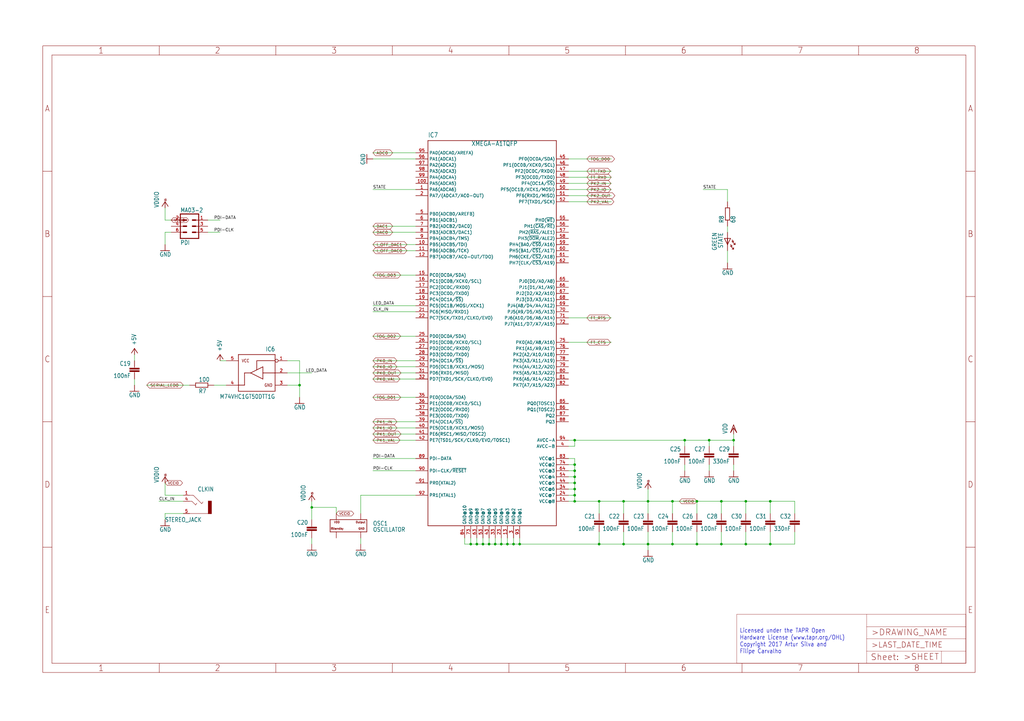
<source format=kicad_sch>
(kicad_sch (version 20211123) (generator eeschema)
  (paper "User" 425.45 299.593)
  (lib_symbols
    (symbol "harp behavior v1.2-eagle-import:+5V" (power)
      (property "Value" "+5V" (at -2.54 -5.08 90))
      (symbol "+5V_1_0"
        (polyline (pts (xy 0 0) (xy -1.27 -1.905)) (stroke (width 0.254)))
        (polyline (pts (xy 1.27 -1.905) (xy 0 0)) (stroke (width 0.254)))
        (pin power_in line (at 0 -2.54 90) (length 2.54) (name "+5V") (number "1"))
      )
    )
    (symbol "harp behavior v1.2-eagle-import:A3L-LOC"
      (symbol "A3L-LOC_0_0"
        (polyline (pts (xy 0 52.07) (xy 3.81 52.07)))
        (polyline (pts (xy 0 104.14) (xy 3.81 104.14)))
        (polyline (pts (xy 0 156.21) (xy 3.81 156.21)))
        (polyline (pts (xy 0 208.28) (xy 3.81 208.28)))
        (polyline (pts (xy 3.81 3.81) (xy 3.81 256.54)))
        (polyline (pts (xy 48.4188 0) (xy 48.4188 3.81)))
        (polyline (pts (xy 48.4188 256.54) (xy 48.4188 260.35)))
        (polyline (pts (xy 96.8375 0) (xy 96.8375 3.81)))
        (polyline (pts (xy 96.8375 256.54) (xy 96.8375 260.35)))
        (polyline (pts (xy 145.2563 0) (xy 145.2563 3.81)))
        (polyline (pts (xy 145.2563 256.54) (xy 145.2563 260.35)))
        (polyline (pts (xy 193.675 0) (xy 193.675 3.81)))
        (polyline (pts (xy 193.675 256.54) (xy 193.675 260.35)))
        (polyline (pts (xy 242.0938 0) (xy 242.0938 3.81)))
        (polyline (pts (xy 242.0938 256.54) (xy 242.0938 260.35)))
        (polyline (pts (xy 290.5125 0) (xy 290.5125 3.81)))
        (polyline (pts (xy 290.5125 256.54) (xy 290.5125 260.35)))
        (polyline (pts (xy 338.9313 0) (xy 338.9313 3.81)))
        (polyline (pts (xy 338.9313 256.54) (xy 338.9313 260.35)))
        (polyline (pts (xy 383.54 3.81) (xy 3.81 3.81)))
        (polyline (pts (xy 383.54 3.81) (xy 383.54 256.54)))
        (polyline (pts (xy 383.54 52.07) (xy 387.35 52.07)))
        (polyline (pts (xy 383.54 104.14) (xy 387.35 104.14)))
        (polyline (pts (xy 383.54 156.21) (xy 387.35 156.21)))
        (polyline (pts (xy 383.54 208.28) (xy 387.35 208.28)))
        (polyline (pts (xy 383.54 256.54) (xy 3.81 256.54)))
        (polyline (pts (xy 0 0) (xy 387.35 0) (xy 387.35 260.35) (xy 0 260.35) (xy 0 0)))
        (text "1" (at 24.2094 1.905 0) (effects (font (size 2.54 2.286))))
        (text "1" (at 24.2094 258.445 0) (effects (font (size 2.54 2.286))))
        (text "2" (at 72.6281 1.905 0) (effects (font (size 2.54 2.286))))
        (text "2" (at 72.6281 258.445 0) (effects (font (size 2.54 2.286))))
        (text "3" (at 121.0469 1.905 0) (effects (font (size 2.54 2.286))))
        (text "3" (at 121.0469 258.445 0) (effects (font (size 2.54 2.286))))
        (text "4" (at 169.4656 1.905 0) (effects (font (size 2.54 2.286))))
        (text "4" (at 169.4656 258.445 0) (effects (font (size 2.54 2.286))))
        (text "5" (at 217.8844 1.905 0) (effects (font (size 2.54 2.286))))
        (text "5" (at 217.8844 258.445 0) (effects (font (size 2.54 2.286))))
        (text "6" (at 266.3031 1.905 0) (effects (font (size 2.54 2.286))))
        (text "6" (at 266.3031 258.445 0) (effects (font (size 2.54 2.286))))
        (text "7" (at 314.7219 1.905 0) (effects (font (size 2.54 2.286))))
        (text "7" (at 314.7219 258.445 0) (effects (font (size 2.54 2.286))))
        (text "8" (at 363.1406 1.905 0) (effects (font (size 2.54 2.286))))
        (text "8" (at 363.1406 258.445 0) (effects (font (size 2.54 2.286))))
        (text "A" (at 1.905 234.315 0) (effects (font (size 2.54 2.286))))
        (text "A" (at 385.445 234.315 0) (effects (font (size 2.54 2.286))))
        (text "B" (at 1.905 182.245 0) (effects (font (size 2.54 2.286))))
        (text "B" (at 385.445 182.245 0) (effects (font (size 2.54 2.286))))
        (text "C" (at 1.905 130.175 0) (effects (font (size 2.54 2.286))))
        (text "C" (at 385.445 130.175 0) (effects (font (size 2.54 2.286))))
        (text "D" (at 1.905 78.105 0) (effects (font (size 2.54 2.286))))
        (text "D" (at 385.445 78.105 0) (effects (font (size 2.54 2.286))))
        (text "E" (at 1.905 26.035 0) (effects (font (size 2.54 2.286))))
        (text "E" (at 385.445 26.035 0) (effects (font (size 2.54 2.286))))
      )
      (symbol "A3L-LOC_1_0"
        (polyline (pts (xy 288.29 3.81) (xy 288.29 24.13)) (stroke (width 0.1016)))
        (polyline (pts (xy 288.29 3.81) (xy 342.265 3.81)) (stroke (width 0.1016)))
        (polyline (pts (xy 288.29 24.13) (xy 342.265 24.13)) (stroke (width 0.1016)))
        (polyline (pts (xy 342.265 3.81) (xy 373.38 3.81)) (stroke (width 0.1016)))
        (polyline (pts (xy 342.265 8.89) (xy 342.265 3.81)) (stroke (width 0.1016)))
        (polyline (pts (xy 342.265 8.89) (xy 342.265 13.97)) (stroke (width 0.1016)))
        (polyline (pts (xy 342.265 13.97) (xy 342.265 19.05)) (stroke (width 0.1016)))
        (polyline (pts (xy 342.265 13.97) (xy 383.54 13.97)) (stroke (width 0.1016)))
        (polyline (pts (xy 342.265 19.05) (xy 342.265 24.13)) (stroke (width 0.1016)))
        (polyline (pts (xy 342.265 19.05) (xy 383.54 19.05)) (stroke (width 0.1016)))
        (polyline (pts (xy 342.265 24.13) (xy 383.54 24.13)) (stroke (width 0.1016)))
        (polyline (pts (xy 373.38 3.81) (xy 373.38 8.89)) (stroke (width 0.1016)))
        (polyline (pts (xy 373.38 3.81) (xy 383.54 3.81)) (stroke (width 0.1016)))
        (polyline (pts (xy 373.38 8.89) (xy 342.265 8.89)) (stroke (width 0.1016)))
        (polyline (pts (xy 373.38 8.89) (xy 383.54 8.89)) (stroke (width 0.1016)))
        (polyline (pts (xy 383.54 3.81) (xy 383.54 8.89)) (stroke (width 0.1016)))
        (polyline (pts (xy 383.54 8.89) (xy 383.54 13.97)) (stroke (width 0.1016)))
        (polyline (pts (xy 383.54 13.97) (xy 383.54 19.05)) (stroke (width 0.1016)))
        (polyline (pts (xy 383.54 19.05) (xy 383.54 24.13)) (stroke (width 0.1016)))
        (text ">DRAWING_NAME" (at 344.17 15.24 0) (effects (font (size 2.54 2.54)) (justify left bottom)))
        (text ">LAST_DATE_TIME" (at 344.17 10.16 0) (effects (font (size 2.286 2.286)) (justify left bottom)))
        (text ">SHEET" (at 357.505 5.08 0) (effects (font (size 2.54 2.54)) (justify left bottom)))
        (text "Sheet:" (at 343.916 4.953 0) (effects (font (size 2.54 2.54)) (justify left bottom)))
      )
    )
    (symbol "harp behavior v1.2-eagle-import:C-EUC0402"
      (property "Reference" "C" (at 1.524 0.381 0))
      (property "Value" "C-EUC0402" (at 1.524 -4.699 0))
      (symbol "C-EUC0402_1_0"
        (rectangle (start -2.032 -2.032) (end 2.032 -1.524) (fill (type outline)))
        (rectangle (start -2.032 -1.016) (end 2.032 -0.508) (fill (type outline)))
        (polyline (pts (xy 0 -2.54) (xy 0 -2.032)) (stroke (width 0.1524)))
        (polyline (pts (xy 0 0) (xy 0 -0.508)) (stroke (width 0.1524)))
        (pin passive line (at 0 2.54 270) (length 2.54) (name "1") (number "1"))
        (pin passive line (at 0 -5.08 90) (length 2.54) (name "2") (number "2"))
      )
    )
    (symbol "harp behavior v1.2-eagle-import:GND" (power)
      (property "Value" "GND" (at -2.54 -2.54 0))
      (symbol "GND_1_0"
        (polyline (pts (xy -1.905 0) (xy 1.905 0)) (stroke (width 0.254)))
        (pin power_in line (at 0 2.54 270) (length 2.54) (name "GND") (number "1"))
      )
    )
    (symbol "harp behavior v1.2-eagle-import:LEDHAND"
      (property "Value" "LEDHAND" (at -2.54 -6.35 0))
      (symbol "LEDHAND_1_0"
        (polyline (pts (xy 0 -1.27) (xy 2.54 0)) (stroke (width 0.254)))
        (polyline (pts (xy 0 1.27) (xy 0 -1.27)) (stroke (width 0.254)))
        (polyline (pts (xy 0.635 1.905) (xy 1.27 2.54)) (stroke (width 0.254)))
        (polyline (pts (xy 1.27 1.905) (xy 2.54 3.175)) (stroke (width 0.254)))
        (polyline (pts (xy 1.27 2.54) (xy 1.27 1.905)) (stroke (width 0.254)))
        (polyline (pts (xy 2.54 0) (xy 0 1.27)) (stroke (width 0.254)))
        (polyline (pts (xy 2.54 1.27) (xy 3.175 1.905)) (stroke (width 0.254)))
        (polyline (pts (xy 2.54 3.175) (xy 1.905 3.175)) (stroke (width 0.254)))
        (polyline (pts (xy 2.54 3.175) (xy 2.54 2.54)) (stroke (width 0.254)))
        (polyline (pts (xy 3.175 1.27) (xy 4.445 2.54)) (stroke (width 0.254)))
        (polyline (pts (xy 3.175 1.905) (xy 3.175 1.27)) (stroke (width 0.254)))
        (polyline (pts (xy 4.445 2.54) (xy 3.81 2.54)) (stroke (width 0.254)))
        (polyline (pts (xy 4.445 2.54) (xy 4.445 1.905)) (stroke (width 0.254)))
        (pin bidirectional line (at -2.54 0 0) (length 5.08) (name "A") (number "A"))
        (pin bidirectional line (at 5.08 0 180) (length 5.08) (name "K") (number "K"))
      )
    )
    (symbol "harp behavior v1.2-eagle-import:MA03-2"
      (property "Reference" "SV" (at -3.81 5.842 0))
      (property "Value" "MA03-2" (at -3.81 -7.62 0))
      (symbol "MA03-2_1_0"
        (polyline (pts (xy -3.81 5.08) (xy -3.81 -5.08)) (stroke (width 0.4064)))
        (polyline (pts (xy -3.81 5.08) (xy 3.81 5.08)) (stroke (width 0.4064)))
        (polyline (pts (xy -2.54 -2.54) (xy -1.27 -2.54)) (stroke (width 0.6096)))
        (polyline (pts (xy -2.54 0) (xy -1.27 0)) (stroke (width 0.6096)))
        (polyline (pts (xy -2.54 2.54) (xy -1.27 2.54)) (stroke (width 0.6096)))
        (polyline (pts (xy 1.27 -2.54) (xy 2.54 -2.54)) (stroke (width 0.6096)))
        (polyline (pts (xy 1.27 0) (xy 2.54 0)) (stroke (width 0.6096)))
        (polyline (pts (xy 1.27 2.54) (xy 2.54 2.54)) (stroke (width 0.6096)))
        (polyline (pts (xy 3.81 -5.08) (xy -3.81 -5.08)) (stroke (width 0.4064)))
        (polyline (pts (xy 3.81 -5.08) (xy 3.81 5.08)) (stroke (width 0.4064)))
        (pin passive line (at 7.62 -2.54 180) (length 5.08) (name "1") (number "1"))
        (pin passive line (at -7.62 -2.54 0) (length 5.08) (name "2") (number "2"))
        (pin passive line (at 7.62 0 180) (length 5.08) (name "3") (number "3"))
        (pin passive line (at -7.62 0 0) (length 5.08) (name "4") (number "4"))
        (pin passive line (at 7.62 2.54 180) (length 5.08) (name "5") (number "5"))
        (pin passive line (at -7.62 2.54 0) (length 5.08) (name "6") (number "6"))
      )
    )
    (symbol "harp behavior v1.2-eagle-import:OSCILLATOR"
      (property "Value" "OSCILLATOR" (at 10.16 -2.54 0))
      (symbol "OSCILLATOR_1_0"
        (polyline (pts (xy -7.62 -2.54) (xy -7.62 2.54)) (stroke (width 0.254)))
        (polyline (pts (xy -7.62 2.54) (xy 7.62 2.54)) (stroke (width 0.254)))
        (polyline (pts (xy 7.62 -2.54) (xy -7.62 -2.54)) (stroke (width 0.254)))
        (polyline (pts (xy 7.62 2.54) (xy 7.62 -2.54)) (stroke (width 0.254)))
        (text "!Standby" (at -7.366 -1.651 0) (effects (font (size 0.8128 0.8128) (thickness 0.1626) bold) (justify left bottom)))
        (text "GND" (at 4.064 -1.651 0) (effects (font (size 0.8128 0.8128) (thickness 0.1626) bold) (justify left bottom)))
        (text "Output" (at 2.921 1.016 0) (effects (font (size 0.8128 0.8128) (thickness 0.1626) bold) (justify left bottom)))
        (text "VDD" (at -6.096 1.016 0) (effects (font (size 0.8128 0.8128) (thickness 0.1626) bold) (justify left bottom)))
        (pin passive line (at -5.08 -5.08 90) (length 2.54) (name "STANDBY#") (number "P$1"))
        (pin passive line (at 5.08 -5.08 90) (length 2.54) (name "GND") (number "P$2"))
        (pin passive line (at 5.08 5.08 270) (length 2.54) (name "OUTPUT") (number "P$3"))
        (pin passive line (at -5.08 5.08 270) (length 2.54) (name "VDD") (number "P$4"))
      )
    )
    (symbol "harp behavior v1.2-eagle-import:R-EU_R0402"
      (property "Reference" "R" (at -3.81 1.4986 0))
      (property "Value" "R-EU_R0402" (at -3.81 -3.302 0))
      (symbol "R-EU_R0402_1_0"
        (polyline (pts (xy -2.54 -0.889) (xy -2.54 0.889)) (stroke (width 0.254)))
        (polyline (pts (xy -2.54 -0.889) (xy 2.54 -0.889)) (stroke (width 0.254)))
        (polyline (pts (xy 2.54 -0.889) (xy 2.54 0.889)) (stroke (width 0.254)))
        (polyline (pts (xy 2.54 0.889) (xy -2.54 0.889)) (stroke (width 0.254)))
        (pin passive line (at -5.08 0 0) (length 2.54) (name "1") (number "1"))
        (pin passive line (at 5.08 0 180) (length 2.54) (name "2") (number "2"))
      )
    )
    (symbol "harp behavior v1.2-eagle-import:SN74LVC1G125"
      (property "Value" "SN74LVC1G125" (at -7.62 -10.795 0))
      (symbol "SN74LVC1G125_1_0"
        (polyline (pts (xy -7.62 -7.62) (xy 7.62 -7.62)) (stroke (width 0.254)))
        (polyline (pts (xy -7.62 0) (xy -2.54 0)) (stroke (width 0.254)))
        (polyline (pts (xy -7.62 5.08) (xy 0 5.08)) (stroke (width 0.254)))
        (polyline (pts (xy -7.62 7.62) (xy -7.62 -7.62)) (stroke (width 0.254)))
        (polyline (pts (xy -2.54 2.54) (xy -2.54 -2.54)) (stroke (width 0.254)))
        (polyline (pts (xy -2.54 2.54) (xy 0 1.27)) (stroke (width 0.254)))
        (polyline (pts (xy 0 1.27) (xy 2.54 0)) (stroke (width 0.254)))
        (polyline (pts (xy 0 5.08) (xy 0 1.27)) (stroke (width 0.254)))
        (polyline (pts (xy 2.54 0) (xy -2.54 -2.54)) (stroke (width 0.254)))
        (polyline (pts (xy 2.54 0) (xy 5.08 0)) (stroke (width 0.254)))
        (polyline (pts (xy 5.08 -5.08) (xy 7.62 -5.08)) (stroke (width 0.254)))
        (polyline (pts (xy 5.08 0) (xy 5.08 -5.08)) (stroke (width 0.254)))
        (polyline (pts (xy 7.62 -7.62) (xy 7.62 7.62)) (stroke (width 0.254)))
        (polyline (pts (xy 7.62 7.62) (xy -7.62 7.62)) (stroke (width 0.254)))
        (text "GND" (at -6.604 -5.842 0) (effects (font (size 1.27 1.0795)) (justify left bottom)))
        (text "VCC" (at 3.048 4.318 0) (effects (font (size 1.27 1.0795)) (justify left bottom)))
        (pin bidirectional inverted (at -12.7 5.08 0) (length 5.08) (name "P$1") (number "1"))
        (pin bidirectional line (at -12.7 0 0) (length 5.08) (name "P$2") (number "2"))
        (pin bidirectional line (at -12.7 -5.08 0) (length 5.08) (name "P$3") (number "3"))
        (pin bidirectional line (at 12.7 -5.08 180) (length 5.08) (name "P$4") (number "4"))
        (pin bidirectional line (at 12.7 5.08 180) (length 5.08) (name "P$5") (number "5"))
      )
    )
    (symbol "harp behavior v1.2-eagle-import:STEREO_JACK"
      (property "Value" "STEREO_JACK" (at -2.54 -6.096 0))
      (symbol "STEREO_JACK_1_0"
        (rectangle (start -6.604 -2.667) (end -5.207 2.667) (fill (type outline)))
        (polyline (pts (xy -2.54 1.524) (xy -3.048 2.286)) (stroke (width 0.1524)))
        (polyline (pts (xy 0 1.016) (xy -0.508 1.778)) (stroke (width 0.1524)))
        (polyline (pts (xy 1.016 5.08) (xy -2.54 1.524)) (stroke (width 0.1524)))
        (polyline (pts (xy 1.524 2.54) (xy 0 1.016)) (stroke (width 0.1524)))
        (polyline (pts (xy 2.54 -2.54) (xy -5.207 -2.54)) (stroke (width 0.1524)))
        (polyline (pts (xy 2.54 2.54) (xy 1.524 2.54)) (stroke (width 0.1524)))
        (polyline (pts (xy 2.54 5.08) (xy 1.016 5.08)) (stroke (width 0.1524)))
        (pin passive line (at 5.08 5.08 180) (length 2.54) (name "1") (number "1"))
        (pin passive line (at 5.08 2.54 180) (length 2.54) (name "4") (number "4"))
        (pin passive line (at 5.08 -2.54 180) (length 2.54) (name "5") (number "5"))
      )
    )
    (symbol "harp behavior v1.2-eagle-import:VCCIO" (power)
      (property "Value" "VCCIO" (at -2.54 -2.54 90))
      (symbol "VCCIO_1_0"
        (polyline (pts (xy 0 0) (xy -1.27 -1.905)) (stroke (width 0.254)))
        (polyline (pts (xy 1.27 -1.905) (xy 0 0)) (stroke (width 0.254)))
        (text "IO" (at -0.508 0.254 0) (effects (font (size 0.8128 0.6908)) (justify left bottom)))
        (pin power_in line (at 0 -2.54 90) (length 2.54) (name "VCCIO") (number "1"))
      )
    )
    (symbol "harp behavior v1.2-eagle-import:VDD" (power)
      (property "Value" "VDD" (at -2.54 -2.54 90))
      (symbol "VDD_1_0"
        (polyline (pts (xy 0 0) (xy -1.27 -1.905)) (stroke (width 0.254)))
        (polyline (pts (xy 0 1.27) (xy -1.27 -1.905)) (stroke (width 0.254)))
        (polyline (pts (xy 1.27 -1.905) (xy 0 0)) (stroke (width 0.254)))
        (polyline (pts (xy 1.27 -1.905) (xy 0 1.27)) (stroke (width 0.254)))
        (pin power_in line (at 0 -2.54 90) (length 2.54) (name "VDD") (number "1"))
      )
    )
    (symbol "harp behavior v1.2-eagle-import:XMEGA-A1TQFP"
      (property "Value" "XMEGA-A1TQFP" (at -7.366 112.014 0))
      (symbol "XMEGA-A1TQFP_1_0"
        (polyline (pts (xy -25.4 -45.72) (xy -25.4 114.3)) (stroke (width 0.254)))
        (polyline (pts (xy -25.4 114.3) (xy 27.94 114.3)) (stroke (width 0.254)))
        (polyline (pts (xy 27.94 -45.72) (xy -25.4 -45.72)) (stroke (width 0.254)))
        (polyline (pts (xy 27.94 114.3) (xy 27.94 -45.72)) (stroke (width 0.254)))
        (pin bidirectional line (at -30.48 93.98 0) (length 5.08) (name "PA6(ADCA6)") (number "1"))
        (pin bidirectional line (at -30.48 71.12 0) (length 5.08) (name "PB5(ADCB5/TDI)") (number "10"))
        (pin bidirectional line (at -30.48 96.52 0) (length 5.08) (name "PA5(ADCA5)") (number "100"))
        (pin bidirectional line (at -30.48 68.58 0) (length 5.08) (name "PB6(ADCB6/TCK)") (number "11"))
        (pin bidirectional line (at -30.48 66.04 0) (length 5.08) (name "PB7(ADCB7/AC0-OUT/TDO)") (number "12"))
        (pin power_in line (at 7.62 -50.8 90) (length 5.08) (name "GND@3") (number "13"))
        (pin power_in line (at 33.02 -35.56 180) (length 5.08) (name "VCC@8") (number "14"))
        (pin bidirectional line (at -30.48 58.42 0) (length 5.08) (name "PC0(OC0A/SDA)") (number "15"))
        (pin bidirectional line (at -30.48 55.88 0) (length 5.08) (name "PC1(OC0B/XCK0/SCL)") (number "16"))
        (pin bidirectional line (at -30.48 53.34 0) (length 5.08) (name "PC2(OC0C/RXD0)") (number "17"))
        (pin bidirectional line (at -30.48 50.8 0) (length 5.08) (name "PC3(OC0D/TXD0)") (number "18"))
        (pin bidirectional line (at -30.48 48.26 0) (length 5.08) (name "PC4(OC1A/~{SS})") (number "19"))
        (pin bidirectional line (at -30.48 91.44 0) (length 5.08) (name "PA7/(ADCA7/AC0-OUT)") (number "2"))
        (pin bidirectional line (at -30.48 45.72 0) (length 5.08) (name "PC5(OC1B/MOSI/XCK1)") (number "20"))
        (pin bidirectional line (at -30.48 43.18 0) (length 5.08) (name "PC6(MISO/RXD1)") (number "21"))
        (pin bidirectional line (at -30.48 40.64 0) (length 5.08) (name "PC7(SCK/TXD1/CLKO/EVO)") (number "22"))
        (pin power_in line (at 5.08 -50.8 90) (length 5.08) (name "GND@4") (number "23"))
        (pin power_in line (at 33.02 -33.02 180) (length 5.08) (name "VCC@7") (number "24"))
        (pin bidirectional line (at -30.48 33.02 0) (length 5.08) (name "PD0(OC0A/SDA)") (number "25"))
        (pin bidirectional line (at -30.48 30.48 0) (length 5.08) (name "PD1(OC0B/XCK0/SCL)") (number "26"))
        (pin bidirectional line (at -30.48 27.94 0) (length 5.08) (name "PD2(OC0C/RXD0)") (number "27"))
        (pin bidirectional line (at -30.48 25.4 0) (length 5.08) (name "PD3(OC0D/TXD0)") (number "28"))
        (pin bidirectional line (at -30.48 22.86 0) (length 5.08) (name "PD4(OC1A/~{SS})") (number "29"))
        (pin power_in line (at 10.16 -50.8 90) (length 5.08) (name "GND@2") (number "3"))
        (pin bidirectional line (at -30.48 20.32 0) (length 5.08) (name "PD5(OC1B/XCK1/MOSI)") (number "30"))
        (pin bidirectional line (at -30.48 17.78 0) (length 5.08) (name "PD6(RXD1/MISO)") (number "31"))
        (pin bidirectional line (at -30.48 15.24 0) (length 5.08) (name "PD7(TXD1/SCK/CLKO/EVO)") (number "32"))
        (pin power_in line (at 2.54 -50.8 90) (length 5.08) (name "GND@5") (number "33"))
        (pin power_in line (at 33.02 -30.48 180) (length 5.08) (name "VCC@6") (number "34"))
        (pin bidirectional line (at -30.48 7.62 0) (length 5.08) (name "PE0(OC0A/SDA)") (number "35"))
        (pin bidirectional line (at -30.48 5.08 0) (length 5.08) (name "PE1(OC0B/XCK0/SCL)") (number "36"))
        (pin bidirectional line (at -30.48 2.54 0) (length 5.08) (name "PE2(OC0C/RXD0)") (number "37"))
        (pin bidirectional line (at -30.48 0 0) (length 5.08) (name "PE3(OC0D/TXD0)") (number "38"))
        (pin bidirectional line (at -30.48 -2.54 0) (length 5.08) (name "PE4(OC1A/~{SS})") (number "39"))
        (pin power_in line (at 33.02 -12.7 180) (length 5.08) (name "AVCC-B") (number "4"))
        (pin bidirectional line (at -30.48 -5.08 0) (length 5.08) (name "PE5(OC1B/XCK1/MOSI)") (number "40"))
        (pin bidirectional line (at -30.48 -7.62 0) (length 5.08) (name "PE6(RSC1/MISO/TOSC2)") (number "41"))
        (pin bidirectional line (at -30.48 -10.16 0) (length 5.08) (name "PE7(TSD1/SCK/CLKO/EVO/TOSC1)") (number "42"))
        (pin power_in line (at 0 -50.8 90) (length 5.08) (name "GND@6") (number "43"))
        (pin power_in line (at 33.02 -27.94 180) (length 5.08) (name "VCC@5") (number "44"))
        (pin bidirectional line (at 33.02 106.68 180) (length 5.08) (name "PF0(OC0A/SDA)") (number "45"))
        (pin bidirectional line (at 33.02 104.14 180) (length 5.08) (name "PF1(OC0B/XCK0/SCL)") (number "46"))
        (pin bidirectional line (at 33.02 101.6 180) (length 5.08) (name "PF2(OC0C/RXD0)") (number "47"))
        (pin bidirectional line (at 33.02 99.06 180) (length 5.08) (name "PF3(OC0D/TXD0)") (number "48"))
        (pin bidirectional line (at 33.02 96.52 180) (length 5.08) (name "PF4(OC1A/~{SS})") (number "49"))
        (pin bidirectional line (at -30.48 83.82 0) (length 5.08) (name "PB0(ADCB0/AREFB)") (number "5"))
        (pin bidirectional line (at 33.02 93.98 180) (length 5.08) (name "PF5(OC1B/XCK1/MOSI)") (number "50"))
        (pin bidirectional line (at 33.02 91.44 180) (length 5.08) (name "PF6(RXD1/MISO)") (number "51"))
        (pin bidirectional line (at 33.02 88.9 180) (length 5.08) (name "PF7(TXD1/SCK)") (number "52"))
        (pin power_in line (at -2.54 -50.8 90) (length 5.08) (name "GND@7") (number "53"))
        (pin power_in line (at 33.02 -25.4 180) (length 5.08) (name "VCC@4") (number "54"))
        (pin bidirectional line (at 33.02 81.28 180) (length 5.08) (name "PH0(~{WE})") (number "55"))
        (pin bidirectional line (at 33.02 78.74 180) (length 5.08) (name "PH1(~{CAS}/~{RE})") (number "56"))
        (pin bidirectional line (at 33.02 76.2 180) (length 5.08) (name "PH2(~{RAS}/ALE1)") (number "57"))
        (pin bidirectional line (at 33.02 73.66 180) (length 5.08) (name "PH3(~{DOM}/ALE2)") (number "58"))
        (pin bidirectional line (at 33.02 71.12 180) (length 5.08) (name "PH4(BA0/~{CS0}/A16)") (number "59"))
        (pin bidirectional line (at -30.48 81.28 0) (length 5.08) (name "PB1(ADCB1)") (number "6"))
        (pin bidirectional line (at 33.02 68.58 180) (length 5.08) (name "PH5(BA1/~{CS1}/A17)") (number "60"))
        (pin bidirectional line (at 33.02 66.04 180) (length 5.08) (name "PH6(CKE/~{CS2}/A18)") (number "61"))
        (pin bidirectional line (at 33.02 63.5 180) (length 5.08) (name "PH7(CLK/~{CS3}/A19)") (number "62"))
        (pin power_in line (at -5.08 -50.8 90) (length 5.08) (name "GND@8") (number "63"))
        (pin power_in line (at 33.02 -22.86 180) (length 5.08) (name "VCC@3") (number "64"))
        (pin bidirectional line (at 33.02 55.88 180) (length 5.08) (name "PJ0(D0/A0/A8)") (number "65"))
        (pin bidirectional line (at 33.02 53.34 180) (length 5.08) (name "PJ1(D1/A1/A9)") (number "66"))
        (pin bidirectional line (at 33.02 50.8 180) (length 5.08) (name "PJ2(D2/A2/A10)") (number "67"))
        (pin bidirectional line (at 33.02 48.26 180) (length 5.08) (name "PJ3(D3/A3/A11)") (number "68"))
        (pin bidirectional line (at 33.02 45.72 180) (length 5.08) (name "PJ4(A8/D4/A4/A12)") (number "69"))
        (pin bidirectional line (at -30.48 78.74 0) (length 5.08) (name "PB2(ADCB2/DAC0)") (number "7"))
        (pin bidirectional line (at 33.02 43.18 180) (length 5.08) (name "PJ5(A9/D5/A5/A13)") (number "70"))
        (pin bidirectional line (at 33.02 40.64 180) (length 5.08) (name "PJ6(A10/D6/A6/A14)") (number "71"))
        (pin bidirectional line (at 33.02 38.1 180) (length 5.08) (name "PJ7(A11/D7/A7/A15)") (number "72"))
        (pin power_in line (at -7.62 -50.8 90) (length 5.08) (name "GND@9") (number "73"))
        (pin power_in line (at 33.02 -20.32 180) (length 5.08) (name "VCC@2") (number "74"))
        (pin bidirectional line (at 33.02 30.48 180) (length 5.08) (name "PK0(A0/A8/A16)") (number "75"))
        (pin bidirectional line (at 33.02 27.94 180) (length 5.08) (name "PK1(A1/A9/A17)") (number "76"))
        (pin bidirectional line (at 33.02 25.4 180) (length 5.08) (name "PK2(A2/A10/A18)") (number "77"))
        (pin bidirectional line (at 33.02 22.86 180) (length 5.08) (name "PK3(A3/A11/A19)") (number "78"))
        (pin bidirectional line (at 33.02 20.32 180) (length 5.08) (name "PK4(A4/A12/A20)") (number "79"))
        (pin bidirectional line (at -30.48 76.2 0) (length 5.08) (name "PB3(ADCB3/DAC1)") (number "8"))
        (pin bidirectional line (at 33.02 17.78 180) (length 5.08) (name "PK5(A5/A13/A22)") (number "80"))
        (pin bidirectional line (at 33.02 15.24 180) (length 5.08) (name "PK6(A6/A14/A22)") (number "81"))
        (pin bidirectional line (at 33.02 12.7 180) (length 5.08) (name "PK7(A7/A15/A23)") (number "82"))
        (pin power_in line (at 33.02 -17.78 180) (length 5.08) (name "VCC@1") (number "83"))
        (pin power_in line (at -10.16 -50.8 90) (length 5.08) (name "GND@10") (number "84"))
        (pin bidirectional line (at 33.02 5.08 180) (length 5.08) (name "PQ0(TOSC1)") (number "85"))
        (pin bidirectional line (at 33.02 2.54 180) (length 5.08) (name "PQ1(TOSC2)") (number "86"))
        (pin bidirectional line (at 33.02 0 180) (length 5.08) (name "PQ2") (number "87"))
        (pin bidirectional line (at 33.02 -2.54 180) (length 5.08) (name "PQ3") (number "88"))
        (pin bidirectional line (at -30.48 -17.78 0) (length 5.08) (name "PDI-DATA") (number "89"))
        (pin bidirectional line (at -30.48 73.66 0) (length 5.08) (name "PB4(ADCB4/TMS)") (number "9"))
        (pin input line (at -30.48 -22.86 0) (length 5.08) (name "PDI-CLK/~{RESET}") (number "90"))
        (pin bidirectional line (at -30.48 -27.94 0) (length 5.08) (name "PR0(XTAL2)") (number "91"))
        (pin bidirectional line (at -30.48 -33.02 0) (length 5.08) (name "PR1(XTAL1)") (number "92"))
        (pin power_in line (at 12.7 -50.8 90) (length 5.08) (name "GND@1") (number "93"))
        (pin power_in line (at 33.02 -10.16 180) (length 5.08) (name "AVCC-A") (number "94"))
        (pin bidirectional line (at -30.48 109.22 0) (length 5.08) (name "PA0(ADCA0/AREFA)") (number "95"))
        (pin bidirectional line (at -30.48 106.68 0) (length 5.08) (name "PA1(ADCA1)") (number "96"))
        (pin bidirectional line (at -30.48 104.14 0) (length 5.08) (name "PA2(ADCA2)") (number "97"))
        (pin bidirectional line (at -30.48 101.6 0) (length 5.08) (name "PA3(ADCA3)") (number "98"))
        (pin bidirectional line (at -30.48 99.06 0) (length 5.08) (name "PA4(ADCA4)") (number "99"))
      )
    )
  )
  (junction (at 208.28 226.06))
  (junction (at 279.4 226.06))
  (junction (at 248.92 226.06))
  (junction (at 213.36 226.06))
  (junction (at 205.74 226.06))
  (junction (at 289.56 208.28))
  (junction (at 259.08 226.06))
  (junction (at 203.2 226.06))
  (junction (at 238.76 203.2))
  (junction (at 215.9 226.06))
  (junction (at 238.76 200.66))
  (junction (at 238.76 208.28))
  (junction (at 238.76 193.04))
  (junction (at 124.46 160.02))
  (junction (at 195.58 226.06))
  (junction (at 309.88 208.28))
  (junction (at 299.72 208.28))
  (junction (at 320.04 208.28))
  (junction (at 269.24 208.28))
  (junction (at 304.8 182.88))
  (junction (at 200.66 226.06))
  (junction (at 238.76 198.12))
  (junction (at 279.4 208.28))
  (junction (at 320.04 226.06))
  (junction (at 198.12 226.06))
  (junction (at 248.92 208.28))
  (junction (at 238.76 195.58))
  (junction (at 238.76 205.74))
  (junction (at 299.72 226.06))
  (junction (at 284.48 182.88))
  (junction (at 289.56 226.06))
  (junction (at 269.24 226.06))
  (junction (at 309.88 226.06))
  (junction (at 294.64 182.88))
  (junction (at 210.82 226.06))
  (junction (at 259.08 208.28))
  (junction (at 238.76 182.88))
  (junction (at 129.54 210.82))
  (wire (pts (xy 238.76 195.58) (xy 238.76 198.12)))
  (wire (pts (xy 129.54 210.82) (xy 129.54 208.28)))
  (wire (pts (xy 238.76 208.28) (xy 248.92 208.28)))
  (wire (pts (xy 279.4 220.98) (xy 279.4 226.06)))
  (wire (pts (xy 330.2 213.36) (xy 330.2 208.28)))
  (wire (pts (xy 309.88 208.28) (xy 320.04 208.28)))
  (wire (pts (xy 299.72 208.28) (xy 299.72 213.36)))
  (wire (pts (xy 309.88 220.98) (xy 309.88 226.06)))
  (wire (pts (xy 172.72 114.3) (xy 154.94 114.3)))
  (wire (pts (xy 309.88 208.28) (xy 309.88 213.36)))
  (wire (pts (xy 55.88 149.86) (xy 55.88 147.32)))
  (wire (pts (xy 154.94 154.94) (xy 172.72 154.94)))
  (wire (pts (xy 119.38 160.02) (xy 124.46 160.02)))
  (wire (pts (xy 236.22 66.04) (xy 254 66.04)))
  (wire (pts (xy 200.66 226.06) (xy 198.12 226.06)))
  (wire (pts (xy 238.76 203.2) (xy 238.76 205.74)))
  (wire (pts (xy 203.2 226.06) (xy 200.66 226.06)))
  (wire (pts (xy 154.94 149.86) (xy 172.72 149.86)))
  (wire (pts (xy 215.9 223.52) (xy 215.9 226.06)))
  (wire (pts (xy 284.48 193.04) (xy 284.48 195.58)))
  (wire (pts (xy 289.56 208.28) (xy 299.72 208.28)))
  (wire (pts (xy 154.94 177.8) (xy 172.72 177.8)))
  (wire (pts (xy 215.9 226.06) (xy 213.36 226.06)))
  (wire (pts (xy 238.76 193.04) (xy 238.76 195.58)))
  (wire (pts (xy 93.98 149.86) (xy 91.44 149.86)))
  (wire (pts (xy 139.7 213.36) (xy 139.7 210.82)))
  (wire (pts (xy 248.92 226.06) (xy 215.9 226.06)))
  (wire (pts (xy 210.82 226.06) (xy 208.28 226.06)))
  (wire (pts (xy 154.94 182.88) (xy 172.72 182.88)))
  (wire (pts (xy 236.22 132.08) (xy 254 132.08)))
  (wire (pts (xy 236.22 190.5) (xy 238.76 190.5)))
  (wire (pts (xy 320.04 226.06) (xy 330.2 226.06)))
  (wire (pts (xy 299.72 226.06) (xy 309.88 226.06)))
  (wire (pts (xy 68.58 91.44) (xy 68.58 86.36)))
  (wire (pts (xy 172.72 139.7) (xy 154.94 139.7)))
  (wire (pts (xy 289.56 226.06) (xy 279.4 226.06)))
  (wire (pts (xy 294.64 185.42) (xy 294.64 182.88)))
  (wire (pts (xy 172.72 101.6) (xy 154.94 101.6)))
  (wire (pts (xy 236.22 203.2) (xy 238.76 203.2)))
  (wire (pts (xy 279.4 208.28) (xy 289.56 208.28)))
  (wire (pts (xy 238.76 198.12) (xy 238.76 200.66)))
  (wire (pts (xy 172.72 104.14) (xy 154.94 104.14)))
  (wire (pts (xy 200.66 223.52) (xy 200.66 226.06)))
  (wire (pts (xy 55.88 157.48) (xy 55.88 160.02)))
  (wire (pts (xy 88.9 160.02) (xy 93.98 160.02)))
  (wire (pts (xy 68.58 200.66) (xy 68.58 205.74)))
  (wire (pts (xy 129.54 210.82) (xy 129.54 215.9)))
  (wire (pts (xy 71.12 91.44) (xy 68.58 91.44)))
  (wire (pts (xy 248.92 213.36) (xy 248.92 208.28)))
  (wire (pts (xy 154.94 152.4) (xy 172.72 152.4)))
  (wire (pts (xy 320.04 208.28) (xy 320.04 213.36)))
  (wire (pts (xy 203.2 223.52) (xy 203.2 226.06)))
  (wire (pts (xy 236.22 205.74) (xy 238.76 205.74)))
  (wire (pts (xy 259.08 220.98) (xy 259.08 226.06)))
  (wire (pts (xy 302.26 78.74) (xy 302.26 83.82)))
  (wire (pts (xy 302.26 104.14) (xy 302.26 109.22)))
  (wire (pts (xy 172.72 96.52) (xy 154.94 96.52)))
  (wire (pts (xy 238.76 195.58) (xy 236.22 195.58)))
  (wire (pts (xy 236.22 182.88) (xy 238.76 182.88)))
  (wire (pts (xy 236.22 81.28) (xy 254 81.28)))
  (wire (pts (xy 149.86 213.36) (xy 149.86 205.74)))
  (wire (pts (xy 124.46 160.02) (xy 124.46 165.1)))
  (wire (pts (xy 68.58 205.74) (xy 76.2 205.74)))
  (wire (pts (xy 195.58 223.52) (xy 195.58 226.06)))
  (wire (pts (xy 289.56 226.06) (xy 299.72 226.06)))
  (wire (pts (xy 68.58 96.52) (xy 68.58 101.6)))
  (wire (pts (xy 172.72 195.58) (xy 154.94 195.58)))
  (wire (pts (xy 279.4 226.06) (xy 269.24 226.06)))
  (wire (pts (xy 248.92 220.98) (xy 248.92 226.06)))
  (wire (pts (xy 172.72 93.98) (xy 154.94 93.98)))
  (wire (pts (xy 289.56 208.28) (xy 289.56 213.36)))
  (wire (pts (xy 86.36 91.44) (xy 91.44 91.44)))
  (wire (pts (xy 320.04 208.28) (xy 330.2 208.28)))
  (wire (pts (xy 198.12 226.06) (xy 195.58 226.06)))
  (wire (pts (xy 205.74 223.52) (xy 205.74 226.06)))
  (wire (pts (xy 236.22 76.2) (xy 254 76.2)))
  (wire (pts (xy 284.48 182.88) (xy 294.64 182.88)))
  (wire (pts (xy 279.4 208.28) (xy 279.4 213.36)))
  (wire (pts (xy 304.8 193.04) (xy 304.8 195.58)))
  (wire (pts (xy 299.72 208.28) (xy 309.88 208.28)))
  (wire (pts (xy 269.24 208.28) (xy 269.24 213.36)))
  (wire (pts (xy 269.24 208.28) (xy 279.4 208.28)))
  (wire (pts (xy 208.28 226.06) (xy 208.28 223.52)))
  (wire (pts (xy 236.22 78.74) (xy 254 78.74)))
  (wire (pts (xy 213.36 226.06) (xy 210.82 226.06)))
  (wire (pts (xy 238.76 182.88) (xy 238.76 185.42)))
  (wire (pts (xy 289.56 220.98) (xy 289.56 226.06)))
  (wire (pts (xy 304.8 180.34) (xy 304.8 182.88)))
  (wire (pts (xy 208.28 226.06) (xy 205.74 226.06)))
  (wire (pts (xy 236.22 185.42) (xy 238.76 185.42)))
  (wire (pts (xy 154.94 157.48) (xy 172.72 157.48)))
  (wire (pts (xy 205.74 226.06) (xy 203.2 226.06)))
  (wire (pts (xy 154.94 190.5) (xy 172.72 190.5)))
  (wire (pts (xy 172.72 63.5) (xy 154.94 63.5)))
  (wire (pts (xy 294.64 193.04) (xy 294.64 195.58)))
  (wire (pts (xy 259.08 213.36) (xy 259.08 208.28)))
  (wire (pts (xy 129.54 154.94) (xy 119.38 154.94)))
  (wire (pts (xy 119.38 149.86) (xy 124.46 149.86)))
  (wire (pts (xy 124.46 149.86) (xy 124.46 160.02)))
  (wire (pts (xy 236.22 198.12) (xy 238.76 198.12)))
  (wire (pts (xy 269.24 208.28) (xy 269.24 203.2)))
  (wire (pts (xy 213.36 226.06) (xy 213.36 223.52)))
  (wire (pts (xy 309.88 226.06) (xy 320.04 226.06)))
  (wire (pts (xy 172.72 205.74) (xy 149.86 205.74)))
  (wire (pts (xy 154.94 175.26) (xy 172.72 175.26)))
  (wire (pts (xy 236.22 71.12) (xy 254 71.12)))
  (wire (pts (xy 172.72 127) (xy 154.94 127)))
  (wire (pts (xy 78.74 160.02) (xy 60.96 160.02)))
  (wire (pts (xy 302.26 78.74) (xy 292.1 78.74)))
  (wire (pts (xy 172.72 78.74) (xy 154.94 78.74)))
  (wire (pts (xy 172.72 66.04) (xy 154.94 66.04)))
  (wire (pts (xy 259.08 208.28) (xy 269.24 208.28)))
  (wire (pts (xy 304.8 182.88) (xy 304.8 185.42)))
  (wire (pts (xy 236.22 83.82) (xy 254 83.82)))
  (wire (pts (xy 198.12 226.06) (xy 198.12 223.52)))
  (wire (pts (xy 129.54 226.06) (xy 129.54 223.52)))
  (wire (pts (xy 238.76 182.88) (xy 284.48 182.88)))
  (wire (pts (xy 294.64 182.88) (xy 304.8 182.88)))
  (wire (pts (xy 91.44 96.52) (xy 86.36 96.52)))
  (wire (pts (xy 238.76 205.74) (xy 238.76 208.28)))
  (wire (pts (xy 238.76 190.5) (xy 238.76 193.04)))
  (wire (pts (xy 172.72 165.1) (xy 154.94 165.1)))
  (wire (pts (xy 193.04 226.06) (xy 193.04 223.52)))
  (wire (pts (xy 71.12 96.52) (xy 68.58 96.52)))
  (wire (pts (xy 149.86 226.06) (xy 149.86 223.52)))
  (wire (pts (xy 154.94 180.34) (xy 172.72 180.34)))
  (wire (pts (xy 68.58 215.9) (xy 68.58 213.36)))
  (wire (pts (xy 236.22 208.28) (xy 238.76 208.28)))
  (wire (pts (xy 139.7 210.82) (xy 129.54 210.82)))
  (wire (pts (xy 76.2 208.28) (xy 66.04 208.28)))
  (wire (pts (xy 302.26 93.98) (xy 302.26 96.52)))
  (wire (pts (xy 269.24 220.98) (xy 269.24 226.06)))
  (wire (pts (xy 238.76 200.66) (xy 238.76 203.2)))
  (wire (pts (xy 269.24 226.06) (xy 269.24 228.6)))
  (wire (pts (xy 320.04 226.06) (xy 320.04 220.98)))
  (wire (pts (xy 236.22 142.24) (xy 254 142.24)))
  (wire (pts (xy 238.76 200.66) (xy 236.22 200.66)))
  (wire (pts (xy 236.22 193.04) (xy 238.76 193.04)))
  (wire (pts (xy 330.2 220.98) (xy 330.2 226.06)))
  (wire (pts (xy 236.22 73.66) (xy 254 73.66)))
  (wire (pts (xy 248.92 208.28) (xy 259.08 208.28)))
  (wire (pts (xy 210.82 223.52) (xy 210.82 226.06)))
  (wire (pts (xy 299.72 220.98) (xy 299.72 226.06)))
  (wire (pts (xy 248.92 226.06) (xy 259.08 226.06)))
  (wire (pts (xy 68.58 213.36) (xy 76.2 213.36)))
  (wire (pts (xy 195.58 226.06) (xy 193.04 226.06)))
  (wire (pts (xy 172.72 129.54) (xy 154.94 129.54)))
  (wire (pts (xy 259.08 226.06) (xy 269.24 226.06)))
  (wire (pts (xy 284.48 185.42) (xy 284.48 182.88)))
  (text "Licensed under the TAPR Open\nHardware License (www.tapr.org/OHL)\nCopyright 2017 Artur Silva and\nFilipe Carvalho" (at 307.34 271.78 0) (effects (font (size 1.778 1.5113)) (justify left bottom)))
  (label "PDI-DATA" (at 88.9 91.44 0) (effects (font (size 1.2446 1.2446))))
  (label "PDI-CLK" (at 154.94 195.58 0) (effects (font (size 1.2446 1.2446))))
  (label "PDI-DATA" (at 154.94 190.5 0) (effects (font (size 1.2446 1.2446))))
  (label "STATE" (at 154.94 78.74 0) (effects (font (size 1.2446 1.2446))))
  (label "CLK_IN" (at 154.94 129.54 0) (effects (font (size 1.2446 1.2446))))
  (label "LED_DATA" (at 154.94 127 0) (effects (font (size 1.2446 1.2446))))
  (label "LED_DATA" (at 127 154.94 0) (effects (font (size 1.2446 1.2446))))
  (label "CLK_IN" (at 66.04 208.28 0) (effects (font (size 1.2446 1.2446))))
  (label "STATE" (at 292.1 78.74 0) (effects (font (size 1.2446 1.2446))))
  (label "PDI-CLK" (at 88.9 96.52 0) (effects (font (size 1.2446 1.2446))))
  (global_label "ADC0" (shape bidirectional) (at 154.94 63.5 0) (effects (font (size 1.2446 1.2446))) (property "Intersheet References" "${INTERSHEET_REFS}" (effects hide)))
  (global_label "VCCIO" (shape bidirectional) (at 139.7 213.36 0) (effects (font (size 1.016 1.016))) (property "Intersheet References" "${INTERSHEET_REFS}" (effects hide)))
  (global_label "PK0_OUT" (shape bidirectional) (at 154.94 154.94 0) (effects (font (size 1.2446 1.2446))) (property "Intersheet References" "${INTERSHEET_REFS}" (effects hide)))
  (global_label "I_OFF_DAC0" (shape bidirectional) (at 154.94 104.14 0) (effects (font (size 1.2446 1.2446))) (property "Intersheet References" "${INTERSHEET_REFS}" (effects hide)))
  (global_label "TOG_D01" (shape bidirectional) (at 154.94 165.1 0) (effects (font (size 1.2446 1.2446))) (property "Intersheet References" "${INTERSHEET_REFS}" (effects hide)))
  (global_label "PK0_IN" (shape bidirectional) (at 154.94 149.86 0) (effects (font (size 1.2446 1.2446))) (property "Intersheet References" "${INTERSHEET_REFS}" (effects hide)))
  (global_label "DAC0" (shape bidirectional) (at 154.94 96.52 0) (effects (font (size 1.2446 1.2446))) (property "Intersheet References" "${INTERSHEET_REFS}" (effects hide)))
  (global_label "FT_CTS" (shape bidirectional) (at 243.84 142.24 0) (effects (font (size 1.2446 1.2446))) (property "Intersheet References" "${INTERSHEET_REFS}" (effects hide)))
  (global_label "I_OFF_DAC1" (shape bidirectional) (at 154.94 101.6 0) (effects (font (size 1.2446 1.2446))) (property "Intersheet References" "${INTERSHEET_REFS}" (effects hide)))
  (global_label "VCCIO" (shape bidirectional) (at 289.56 208.28 180) (effects (font (size 1.016 1.016))) (property "Intersheet References" "${INTERSHEET_REFS}" (effects hide)))
  (global_label "DAC1" (shape bidirectional) (at 154.94 93.98 0) (effects (font (size 1.2446 1.2446))) (property "Intersheet References" "${INTERSHEET_REFS}" (effects hide)))
  (global_label "FT_TXD" (shape bidirectional) (at 243.84 71.12 0) (effects (font (size 1.2446 1.2446))) (property "Intersheet References" "${INTERSHEET_REFS}" (effects hide)))
  (global_label "TOG_D03" (shape bidirectional) (at 154.94 114.3 0) (effects (font (size 1.2446 1.2446))) (property "Intersheet References" "${INTERSHEET_REFS}" (effects hide)))
  (global_label "SERIAL_LED0" (shape bidirectional) (at 60.96 160.02 0) (effects (font (size 1.2446 1.2446))) (property "Intersheet References" "${INTERSHEET_REFS}" (effects hide)))
  (global_label "PK0_VAL" (shape bidirectional) (at 154.94 157.48 0) (effects (font (size 1.2446 1.2446))) (property "Intersheet References" "${INTERSHEET_REFS}" (effects hide)))
  (global_label "PK1_OUT" (shape bidirectional) (at 154.94 180.34 0) (effects (font (size 1.2446 1.2446))) (property "Intersheet References" "${INTERSHEET_REFS}" (effects hide)))
  (global_label "FT_RXD" (shape bidirectional) (at 243.84 73.66 0) (effects (font (size 1.2446 1.2446))) (property "Intersheet References" "${INTERSHEET_REFS}" (effects hide)))
  (global_label "PK0_IO" (shape bidirectional) (at 154.94 152.4 0) (effects (font (size 1.2446 1.2446))) (property "Intersheet References" "${INTERSHEET_REFS}" (effects hide)))
  (global_label "VCCIO" (shape bidirectional) (at 68.58 200.66 0) (effects (font (size 1.016 1.016))) (property "Intersheet References" "${INTERSHEET_REFS}" (effects hide)))
  (global_label "PK1_VAL" (shape bidirectional) (at 154.94 182.88 0) (effects (font (size 1.2446 1.2446))) (property "Intersheet References" "${INTERSHEET_REFS}" (effects hide)))
  (global_label "PK1_IO" (shape bidirectional) (at 154.94 177.8 0) (effects (font (size 1.2446 1.2446))) (property "Intersheet References" "${INTERSHEET_REFS}" (effects hide)))
  (global_label "PK2_IN" (shape bidirectional) (at 243.84 76.2 0) (effects (font (size 1.2446 1.2446))) (property "Intersheet References" "${INTERSHEET_REFS}" (effects hide)))
  (global_label "PK2_VAL" (shape bidirectional) (at 243.84 83.82 0) (effects (font (size 1.2446 1.2446))) (property "Intersheet References" "${INTERSHEET_REFS}" (effects hide)))
  (global_label "FT_RTS" (shape bidirectional) (at 243.84 132.08 0) (effects (font (size 1.2446 1.2446))) (property "Intersheet References" "${INTERSHEET_REFS}" (effects hide)))
  (global_label "TOG_D00" (shape bidirectional) (at 243.84 66.04 0) (effects (font (size 1.2446 1.2446))) (property "Intersheet References" "${INTERSHEET_REFS}" (effects hide)))
  (global_label "PK2_IO" (shape bidirectional) (at 243.84 78.74 0) (effects (font (size 1.2446 1.2446))) (property "Intersheet References" "${INTERSHEET_REFS}" (effects hide)))
  (global_label "VCCIO" (shape bidirectional) (at 71.12 91.44 0) (effects (font (size 1.016 1.016))) (property "Intersheet References" "${INTERSHEET_REFS}" (effects hide)))
  (global_label "PK1_IN" (shape bidirectional) (at 154.94 175.26 0) (effects (font (size 1.2446 1.2446))) (property "Intersheet References" "${INTERSHEET_REFS}" (effects hide)))
  (global_label "PK2_OUT" (shape bidirectional) (at 243.84 81.28 0) (effects (font (size 1.2446 1.2446))) (property "Intersheet References" "${INTERSHEET_REFS}" (effects hide)))
  (global_label "TOG_D02" (shape bidirectional) (at 154.94 139.7 0) (effects (font (size 1.2446 1.2446))) (property "Intersheet References" "${INTERSHEET_REFS}" (effects hide)))
  (symbol (lib_id "harp behavior v1.2-eagle-import:C-EUC0402") (at 129.54 218.44 0) (mirror y)
    (property "Reference" "C20" (at 128.016 218.059 0) (effects (font (size 1.778 1.5113)) (justify left bottom)))
    (property "Value" "100nF" (at 128.016 223.139 0) (effects (font (size 1.778 1.5113)) (justify left bottom)))
    (property "Footprint" "harp behavior v1.2:C0402" (effects hide))
  )
  (symbol (lib_id "harp behavior v1.2-eagle-import:C-EUC0402") (at 294.64 187.96 0) (mirror y)
    (property "Reference" "C27" (at 293.116 187.579 0) (effects (font (size 1.778 1.5113)) (justify left bottom)))
    (property "Value" "100nF" (at 293.116 192.659 0) (effects (font (size 1.778 1.5113)) (justify left bottom)))
    (property "Footprint" "harp behavior v1.2:C0402" (effects hide))
  )
  (symbol (lib_id "harp behavior v1.2-eagle-import:GND") (at 68.58 104.14 0) (mirror y)
    (property "Reference" "#GND65" (effects hide))
    (property "Value" "GND" (at 71.12 106.68 0) (effects (font (size 1.778 1.5113)) (justify left bottom)))
    (property "Footprint" "harp behavior v1.2:" (effects hide))
  )
  (symbol (lib_id "harp behavior v1.2-eagle-import:STEREO_JACK") (at 81.28 210.82 0) (mirror y)
    (property "Reference" "CLKIN" (at 88.9 204.216 0) (effects (font (size 1.778 1.5113)) (justify left bottom)))
    (property "Value" "STEREO_JACK" (at 83.82 216.916 0) (effects (font (size 1.778 1.5113)) (justify left bottom)))
    (property "Footprint" "harp behavior v1.2:35RASMT2BHNTRX" (effects hide))
  )
  (symbol (lib_id "harp behavior v1.2-eagle-import:GND") (at 124.46 167.64 0) (mirror y)
    (property "Reference" "#GND31" (effects hide))
    (property "Value" "GND" (at 127 170.18 0) (effects (font (size 1.778 1.5113)) (justify left bottom)))
    (property "Footprint" "harp behavior v1.2:" (effects hide))
  )
  (symbol (lib_id "harp behavior v1.2-eagle-import:VCCIO") (at 68.58 83.82 0)
    (property "Reference" "#VCC4" (effects hide))
    (property "Value" "VDDIO" (at 66.04 86.36 90) (effects (font (size 1.778 1.5113)) (justify left bottom)))
    (property "Footprint" "harp behavior v1.2:" (effects hide))
  )
  (symbol (lib_id "harp behavior v1.2-eagle-import:VCCIO") (at 269.24 200.66 0)
    (property "Reference" "#VCC14" (effects hide))
    (property "Value" "VDDIO" (at 266.7 203.2 90) (effects (font (size 1.778 1.5113)) (justify left bottom)))
    (property "Footprint" "harp behavior v1.2:" (effects hide))
  )
  (symbol (lib_id "harp behavior v1.2-eagle-import:C-EUC0402") (at 279.4 215.9 0) (mirror y)
    (property "Reference" "C24" (at 277.876 215.519 0) (effects (font (size 1.778 1.5113)) (justify left bottom)))
    (property "Value" "100nF" (at 277.876 220.599 0) (effects (font (size 1.778 1.5113)) (justify left bottom)))
    (property "Footprint" "harp behavior v1.2:C0402" (effects hide))
  )
  (symbol (lib_id "harp behavior v1.2-eagle-import:C-EUC0402") (at 269.24 215.9 0) (mirror y)
    (property "Reference" "C23" (at 267.716 215.519 0) (effects (font (size 1.778 1.5113)) (justify left bottom)))
    (property "Value" "100nF" (at 267.716 220.599 0) (effects (font (size 1.778 1.5113)) (justify left bottom)))
    (property "Footprint" "harp behavior v1.2:C0402" (effects hide))
  )
  (symbol (lib_id "harp behavior v1.2-eagle-import:+5V") (at 55.88 144.78 0)
    (property "Reference" "#P+27" (effects hide))
    (property "Value" "+5V" (at 56.642 143.51 90) (effects (font (size 1.778 1.5113)) (justify left bottom)))
    (property "Footprint" "harp behavior v1.2:" (effects hide))
  )
  (symbol (lib_id "harp behavior v1.2-eagle-import:GND") (at 55.88 162.56 0) (mirror y)
    (property "Reference" "#GND45" (effects hide))
    (property "Value" "GND" (at 58.42 165.1 0) (effects (font (size 1.778 1.5113)) (justify left bottom)))
    (property "Footprint" "harp behavior v1.2:" (effects hide))
  )
  (symbol (lib_id "harp behavior v1.2-eagle-import:C-EUC0402") (at 299.72 215.9 0) (mirror y)
    (property "Reference" "C28" (at 298.196 215.519 0) (effects (font (size 1.778 1.5113)) (justify left bottom)))
    (property "Value" "100nF" (at 298.196 220.599 0) (effects (font (size 1.778 1.5113)) (justify left bottom)))
    (property "Footprint" "harp behavior v1.2:C0402" (effects hide))
  )
  (symbol (lib_id "harp behavior v1.2-eagle-import:+5V") (at 91.44 147.32 0)
    (property "Reference" "#P+20" (effects hide))
    (property "Value" "+5V" (at 92.202 146.05 90) (effects (font (size 1.778 1.5113)) (justify left bottom)))
    (property "Footprint" "harp behavior v1.2:" (effects hide))
  )
  (symbol (lib_id "harp behavior v1.2-eagle-import:GND") (at 149.86 228.6 0) (mirror y)
    (property "Reference" "#GND59" (effects hide))
    (property "Value" "GND" (at 152.4 231.14 0) (effects (font (size 1.778 1.5113)) (justify left bottom)))
    (property "Footprint" "harp behavior v1.2:" (effects hide))
  )
  (symbol (lib_id "harp behavior v1.2-eagle-import:C-EUC0402") (at 304.8 187.96 0) (mirror y)
    (property "Reference" "C29" (at 303.276 187.579 0) (effects (font (size 1.778 1.5113)) (justify left bottom)))
    (property "Value" "330nF" (at 303.276 192.659 0) (effects (font (size 1.778 1.5113)) (justify left bottom)))
    (property "Footprint" "harp behavior v1.2:C0402" (effects hide))
  )
  (symbol (lib_id "harp behavior v1.2-eagle-import:C-EUC0402") (at 55.88 152.4 0) (mirror y)
    (property "Reference" "C19" (at 54.356 152.019 0) (effects (font (size 1.778 1.5113)) (justify left bottom)))
    (property "Value" "100nF" (at 54.356 157.099 0) (effects (font (size 1.778 1.5113)) (justify left bottom)))
    (property "Footprint" "harp behavior v1.2:C0402" (effects hide))
  )
  (symbol (lib_id "harp behavior v1.2-eagle-import:GND") (at 269.24 231.14 0) (mirror y)
    (property "Reference" "#GND90" (effects hide))
    (property "Value" "GND" (at 271.78 233.68 0) (effects (font (size 1.778 1.5113)) (justify left bottom)))
    (property "Footprint" "harp behavior v1.2:" (effects hide))
  )
  (symbol (lib_id "harp behavior v1.2-eagle-import:SN74LVC1G125") (at 106.68 154.94 0) (mirror y)
    (property "Reference" "IC6" (at 114.3 146.05 0) (effects (font (size 1.778 1.5113)) (justify left bottom)))
    (property "Value" "M74VHC1GT50DTT1G" (at 114.3 165.735 0) (effects (font (size 1.778 1.5113)) (justify left bottom)))
    (property "Footprint" "harp behavior v1.2:SOT23-5" (effects hide))
  )
  (symbol (lib_id "harp behavior v1.2-eagle-import:VCCIO") (at 129.54 205.74 0)
    (property "Reference" "#VCC10" (effects hide))
    (property "Value" "VDDIO" (at 127 208.28 90) (effects (font (size 1.778 1.5113)) (justify left bottom)))
    (property "Footprint" "harp behavior v1.2:" (effects hide))
  )
  (symbol (lib_id "harp behavior v1.2-eagle-import:GND") (at 152.4 66.04 270) (mirror x)
    (property "Reference" "#GND81" (effects hide))
    (property "Value" "GND" (at 149.86 68.58 0) (effects (font (size 1.778 1.5113)) (justify left bottom)))
    (property "Footprint" "harp behavior v1.2:" (effects hide))
  )
  (symbol (lib_id "harp behavior v1.2-eagle-import:C-EUC0402") (at 320.04 215.9 0) (mirror y)
    (property "Reference" "C31" (at 318.516 215.519 0) (effects (font (size 1.778 1.5113)) (justify left bottom)))
    (property "Value" "100nF" (at 318.516 220.599 0) (effects (font (size 1.778 1.5113)) (justify left bottom)))
    (property "Footprint" "harp behavior v1.2:C0402" (effects hide))
  )
  (symbol (lib_id "harp behavior v1.2-eagle-import:VDD") (at 304.8 177.8 0)
    (property "Reference" "#VDD5" (effects hide))
    (property "Value" "VDD" (at 302.26 180.34 90) (effects (font (size 1.778 1.5113)) (justify left bottom)))
    (property "Footprint" "harp behavior v1.2:" (effects hide))
  )
  (symbol (lib_id "harp behavior v1.2-eagle-import:GND") (at 304.8 198.12 0) (mirror y)
    (property "Reference" "#GND82" (effects hide))
    (property "Value" "GND" (at 307.34 200.66 0) (effects (font (size 1.778 1.5113)) (justify left bottom)))
    (property "Footprint" "harp behavior v1.2:" (effects hide))
  )
  (symbol (lib_id "harp behavior v1.2-eagle-import:GND") (at 284.48 198.12 0) (mirror y)
    (property "Reference" "#GND23" (effects hide))
    (property "Value" "GND" (at 287.02 200.66 0) (effects (font (size 1.778 1.5113)) (justify left bottom)))
    (property "Footprint" "harp behavior v1.2:" (effects hide))
  )
  (symbol (lib_id "harp behavior v1.2-eagle-import:MA03-2") (at 78.74 93.98 0) (mirror x)
    (property "Reference" "PDI" (at 74.93 99.822 0) (effects (font (size 1.778 1.5113)) (justify left bottom)))
    (property "Value" "MA03-2" (at 74.93 86.36 0) (effects (font (size 1.778 1.5113)) (justify left bottom)))
    (property "Footprint" "harp behavior v1.2:MA03-2" (effects hide))
  )
  (symbol (lib_id "harp behavior v1.2-eagle-import:C-EUC0402") (at 330.2 215.9 0) (mirror y)
    (property "Reference" "C32" (at 328.676 215.519 0) (effects (font (size 1.778 1.5113)) (justify left bottom)))
    (property "Value" "330nF" (at 328.676 220.599 0) (effects (font (size 1.778 1.5113)) (justify left bottom)))
    (property "Footprint" "harp behavior v1.2:C0402" (effects hide))
  )
  (symbol (lib_id "harp behavior v1.2-eagle-import:GND") (at 302.26 111.76 0) (mirror y)
    (property "Reference" "#GND47" (effects hide))
    (property "Value" "GND" (at 304.8 114.3 0) (effects (font (size 1.778 1.5113)) (justify left bottom)))
    (property "Footprint" "harp behavior v1.2:" (effects hide))
  )
  (symbol (lib_id "harp behavior v1.2-eagle-import:C-EUC0402") (at 284.48 187.96 0) (mirror y)
    (property "Reference" "C25" (at 282.956 187.579 0) (effects (font (size 1.778 1.5113)) (justify left bottom)))
    (property "Value" "100nF" (at 282.956 192.659 0) (effects (font (size 1.778 1.5113)) (justify left bottom)))
    (property "Footprint" "harp behavior v1.2:C0402" (effects hide))
  )
  (symbol (lib_id "harp behavior v1.2-eagle-import:R-EU_R0402") (at 83.82 160.02 0) (mirror x)
    (property "Reference" "R7" (at 82.55 161.5186 0) (effects (font (size 1.778 1.5113)) (justify left bottom)))
    (property "Value" "100" (at 82.55 156.718 0) (effects (font (size 1.778 1.5113)) (justify left bottom)))
    (property "Footprint" "harp behavior v1.2:R0402" (effects hide))
  )
  (symbol (lib_id "harp behavior v1.2-eagle-import:R-EU_R0402") (at 302.26 88.9 90)
    (property "Reference" "R8" (at 300.7614 92.71 0) (effects (font (size 1.778 1.5113)) (justify left bottom)))
    (property "Value" "68" (at 305.562 92.71 0) (effects (font (size 1.778 1.5113)) (justify left bottom)))
    (property "Footprint" "harp behavior v1.2:R0402" (effects hide))
  )
  (symbol (lib_id "harp behavior v1.2-eagle-import:VCCIO") (at 68.58 198.12 0)
    (property "Reference" "#VCC3" (effects hide))
    (property "Value" "VDDIO" (at 66.04 200.66 90) (effects (font (size 1.778 1.5113)) (justify left bottom)))
    (property "Footprint" "harp behavior v1.2:" (effects hide))
  )
  (symbol (lib_id "harp behavior v1.2-eagle-import:C-EUC0402") (at 309.88 215.9 0) (mirror y)
    (property "Reference" "C30" (at 308.356 215.519 0) (effects (font (size 1.778 1.5113)) (justify left bottom)))
    (property "Value" "100nF" (at 308.356 220.599 0) (effects (font (size 1.778 1.5113)) (justify left bottom)))
    (property "Footprint" "harp behavior v1.2:C0402" (effects hide))
  )
  (symbol (lib_id "harp behavior v1.2-eagle-import:LEDHAND") (at 302.26 99.06 270)
    (property "Reference" "STATE" (at 298.45 96.52 0) (effects (font (size 1.778 1.5113)) (justify left bottom)))
    (property "Value" "GREEN" (at 295.91 96.52 0) (effects (font (size 1.778 1.5113)) (justify left bottom)))
    (property "Footprint" "harp behavior v1.2:LED_HAND" (effects hide))
  )
  (symbol (lib_id "harp behavior v1.2-eagle-import:GND") (at 68.58 218.44 0) (mirror y)
    (property "Reference" "#GND143" (effects hide))
    (property "Value" "GND" (at 71.12 220.98 0) (effects (font (size 1.778 1.5113)) (justify left bottom)))
    (property "Footprint" "harp behavior v1.2:" (effects hide))
  )
  (symbol (lib_id "harp behavior v1.2-eagle-import:C-EUC0402") (at 259.08 215.9 0) (mirror y)
    (property "Reference" "C22" (at 257.556 215.519 0) (effects (font (size 1.778 1.5113)) (justify left bottom)))
    (property "Value" "100nF" (at 257.556 220.599 0) (effects (font (size 1.778 1.5113)) (justify left bottom)))
    (property "Footprint" "harp behavior v1.2:C0402" (effects hide))
  )
  (symbol (lib_id "harp behavior v1.2-eagle-import:XMEGA-A1TQFP") (at 203.2 172.72 0)
    (property "Reference" "IC7" (at 177.8 57.15 0) (effects (font (size 1.9304 1.6408)) (justify left bottom)))
    (property "Value" "XMEGA-A1TQFP" (at 195.834 60.706 0) (effects (font (size 1.9304 1.6408)) (justify left bottom)))
    (property "Footprint" "harp behavior v1.2:TQFP100" (effects hide))
  )
  (symbol (lib_id "harp behavior v1.2-eagle-import:OSCILLATOR") (at 144.78 218.44 0)
    (property "Reference" "OSC1" (at 154.94 218.44 0) (effects (font (size 1.778 1.5113)) (justify left bottom)))
    (property "Value" "OSCILLATOR" (at 154.94 220.98 0) (effects (font (size 1.778 1.5113)) (justify left bottom)))
    (property "Footprint" "harp behavior v1.2:OSCILLATOR_3.2X2.5" (effects hide))
  )
  (symbol (lib_id "harp behavior v1.2-eagle-import:GND") (at 129.54 228.6 0) (mirror y)
    (property "Reference" "#GND60" (effects hide))
    (property "Value" "GND" (at 132.08 231.14 0) (effects (font (size 1.778 1.5113)) (justify left bottom)))
    (property "Footprint" "harp behavior v1.2:" (effects hide))
  )
  (symbol (lib_id "harp behavior v1.2-eagle-import:A3L-LOC") (at 17.78 279.4 0)
    (property "Reference" "#FRAME4" (effects hide))
    (property "Value" "A3L-LOC" (effects hide))
    (property "Footprint" "harp behavior v1.2:" (effects hide))
  )
  (symbol (lib_id "harp behavior v1.2-eagle-import:C-EUC0402") (at 289.56 215.9 0) (mirror y)
    (property "Reference" "C26" (at 288.036 215.519 0) (effects (font (size 1.778 1.5113)) (justify left bottom)))
    (property "Value" "100nF" (at 288.036 220.599 0) (effects (font (size 1.778 1.5113)) (justify left bottom)))
    (property "Footprint" "harp behavior v1.2:C0402" (effects hide))
  )
  (symbol (lib_id "harp behavior v1.2-eagle-import:C-EUC0402") (at 248.92 215.9 0) (mirror y)
    (property "Reference" "C21" (at 247.396 215.519 0) (effects (font (size 1.778 1.5113)) (justify left bottom)))
    (property "Value" "100nF" (at 247.396 220.599 0) (effects (font (size 1.778 1.5113)) (justify left bottom)))
    (property "Footprint" "harp behavior v1.2:C0402" (effects hide))
  )
  (symbol (lib_id "harp behavior v1.2-eagle-import:GND") (at 294.64 198.12 0) (mirror y)
    (property "Reference" "#GND19" (effects hide))
    (property "Value" "GND" (at 297.18 200.66 0) (effects (font (size 1.778 1.5113)) (justify left bottom)))
    (property "Footprint" "harp behavior v1.2:" (effects hide))
  )
)
</source>
